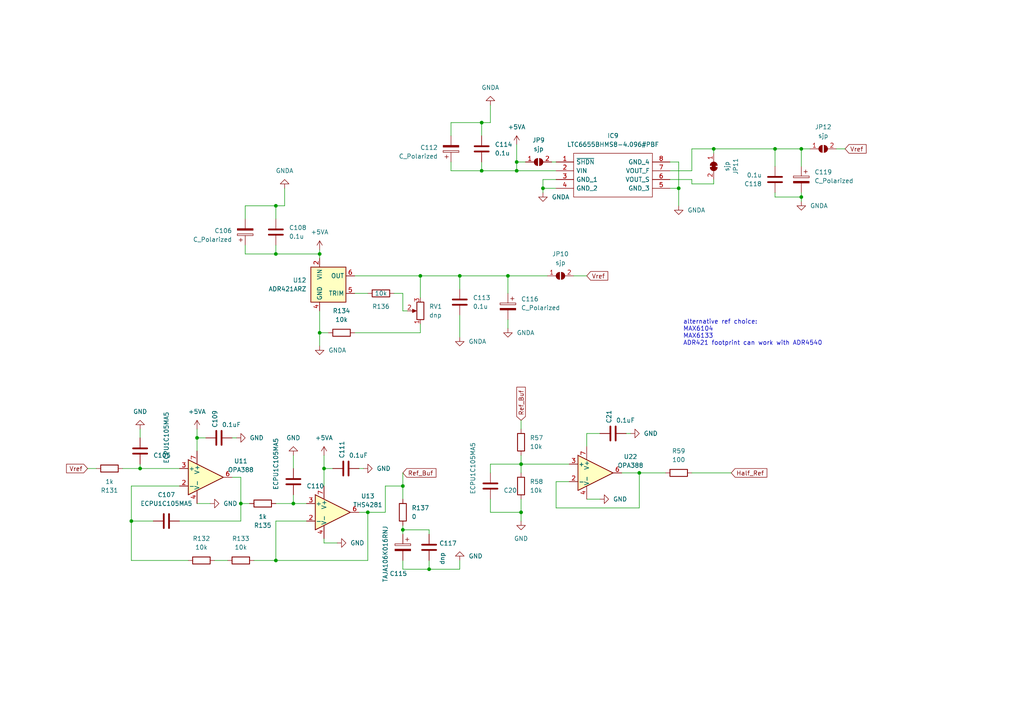
<source format=kicad_sch>
(kicad_sch (version 20211123) (generator eeschema)
  (paper "A4")
  (lib_symbols
    (symbol "Amplifier_Operational:OPA188xxD" (pin_names (offset 0.127))
      (property "Reference" "U" (at 0 6.35 0))
      (property "Value" "OPA188xxD" (at 0 3.81 0))
      (symbol "OPA188xxD_0_1"
        (polyline (pts (xy -5.08 5.08) (xy 5.08 0) (xy -5.08 -5.08) (xy -5.08 5.08)) (stroke (width 0.254)) (fill (type background)))
      )
      (symbol "OPA188xxD_1_1"
        (pin no_connect line (at -2.54 2.54 270) (length 2.54) hide (name "NC") (number "1"))
        (pin input line (at -7.62 -2.54 0) (length 2.54) (name "-") (number "2"))
        (pin input line (at -7.62 2.54 0) (length 2.54) (name "+") (number "3"))
        (pin power_in line (at -2.54 -7.62 90) (length 3.81) (name "V-") (number "4"))
        (pin no_connect line (at 0 2.54 270) (length 2.54) hide (name "NC") (number "5"))
        (pin output line (at 7.62 0 180) (length 2.54) (name "~") (number "6"))
        (pin power_in line (at -2.54 7.62 270) (length 3.81) (name "V+") (number "7"))
        (pin no_connect line (at 0 -2.54 90) (length 2.54) hide (name "NC") (number "8"))
      )
    )
    (symbol "Amplifier_Operational:THS4631D" (pin_names (offset 0.127))
      (property "Reference" "U" (at 0 6.35 0))
      (property "Value" "THS4631D" (at 0 3.81 0))
      (symbol "THS4631D_0_1"
        (polyline (pts (xy -5.08 5.08) (xy 5.08 0) (xy -5.08 -5.08) (xy -5.08 5.08)) (stroke (width 0.254)) (fill (type background)))
      )
      (symbol "THS4631D_1_1"
        (pin no_connect line (at -2.54 2.54 270) (length 2.54) hide (name "NC") (number "1"))
        (pin input line (at -7.62 -2.54 0) (length 2.54) (name "-") (number "2"))
        (pin input line (at -7.62 2.54 0) (length 2.54) (name "+") (number "3"))
        (pin power_in line (at -2.54 -7.62 90) (length 3.81) (name "V-") (number "4"))
        (pin no_connect line (at 0 2.54 270) (length 2.54) hide (name "NC") (number "5"))
        (pin output line (at 7.62 0 180) (length 2.54) (name "~") (number "6"))
        (pin power_in line (at -2.54 7.62 270) (length 3.81) (name "V+") (number "7"))
        (pin no_connect line (at 0 -2.54 90) (length 2.54) hide (name "NC") (number "8"))
      )
    )
    (symbol "Device:C" (pin_numbers hide) (pin_names (offset 0.254))
      (property "Reference" "C" (at 0.635 2.54 0))
      (property "Value" "C" (at 0.635 -2.54 0))
      (symbol "C_0_1"
        (polyline (pts (xy -2.032 -0.762) (xy 2.032 -0.762)) (stroke (width 0.508)))
        (polyline (pts (xy -2.032 0.762) (xy 2.032 0.762)) (stroke (width 0.508)))
      )
      (symbol "C_1_1"
        (pin passive line (at 0 3.81 270) (length 2.794) (name "~") (number "1"))
        (pin passive line (at 0 -3.81 90) (length 2.794) (name "~") (number "2"))
      )
    )
    (symbol "Device:C_Polarized" (pin_numbers hide) (pin_names (offset 0.254))
      (property "Reference" "C" (at 0.635 2.54 0))
      (property "Value" "C_Polarized" (at 0.635 -2.54 0))
      (symbol "C_Polarized_0_1"
        (rectangle (start -2.286 0.508) (end 2.286 1.016))
        (polyline (pts (xy -1.778 2.286) (xy -0.762 2.286)))
        (polyline (pts (xy -1.27 2.794) (xy -1.27 1.778)))
        (rectangle (start 2.286 -0.508) (end -2.286 -1.016) (fill (type outline)))
      )
      (symbol "C_Polarized_1_1"
        (pin passive line (at 0 3.81 270) (length 2.794) (name "~") (number "1"))
        (pin passive line (at 0 -3.81 90) (length 2.794) (name "~") (number "2"))
      )
    )
    (symbol "Device:R" (pin_numbers hide) (pin_names (offset 0))
      (property "Reference" "R" (at 2.032 0 90))
      (property "Value" "R" (at 0 0 90))
      (symbol "R_0_1"
        (rectangle (start -1.016 -2.54) (end 1.016 2.54) (stroke (width 0.254)))
      )
      (symbol "R_1_1"
        (pin passive line (at 0 3.81 270) (length 1.27) (name "~") (number "1"))
        (pin passive line (at 0 -3.81 90) (length 1.27) (name "~") (number "2"))
      )
    )
    (symbol "Device:R_Potentiometer" (pin_names (offset 1.016) hide)
      (property "Reference" "RV" (at -4.445 0 90))
      (property "Value" "R_Potentiometer" (at -2.54 0 90))
      (symbol "R_Potentiometer_0_1"
        (polyline (pts (xy 2.54 0) (xy 1.524 0)))
        (polyline (pts (xy 1.143 0) (xy 2.286 0.508) (xy 2.286 -0.508) (xy 1.143 0)) (fill (type outline)))
        (rectangle (start 1.016 2.54) (end -1.016 -2.54) (stroke (width 0.254)))
      )
      (symbol "R_Potentiometer_1_1"
        (pin passive line (at 0 3.81 270) (length 1.27) (name "1") (number "1"))
        (pin passive line (at 3.81 0 180) (length 1.27) (name "2") (number "2"))
        (pin passive line (at 0 -3.81 90) (length 1.27) (name "3") (number "3"))
      )
    )
    (symbol "Jumper:SolderJumper_2_Bridged" (pin_names (offset 0) hide)
      (property "Reference" "JP" (at 0 2.032 0))
      (property "Value" "SolderJumper_2_Bridged" (at 0 -2.54 0))
      (symbol "SolderJumper_2_Bridged_0_1"
        (rectangle (start -0.508 0.508) (end 0.508 -0.508) (fill (type outline)))
        (arc (start -0.254 1.016) (mid -1.27 0) (end -0.254 -1.016))
        (arc (start -0.254 1.016) (mid -1.27 0) (end -0.254 -1.016) (fill (type outline)))
        (polyline (pts (xy -0.254 1.016) (xy -0.254 -1.016)))
        (polyline (pts (xy 0.254 1.016) (xy 0.254 -1.016)))
        (arc (start 0.254 -1.016) (mid 1.27 0) (end 0.254 1.016))
        (arc (start 0.254 -1.016) (mid 1.27 0) (end 0.254 1.016) (fill (type outline)))
      )
      (symbol "SolderJumper_2_Bridged_1_1"
        (pin passive line (at -3.81 0 0) (length 2.54) (name "A") (number "1"))
        (pin passive line (at 3.81 0 180) (length 2.54) (name "B") (number "2"))
      )
    )
    (symbol "Jumper:SolderJumper_2_Open" (pin_names (offset 0) hide)
      (property "Reference" "JP" (at 0 2.032 0))
      (property "Value" "SolderJumper_2_Open" (at 0 -2.54 0))
      (symbol "SolderJumper_2_Open_0_1"
        (arc (start -0.254 1.016) (mid -1.27 0) (end -0.254 -1.016))
        (arc (start -0.254 1.016) (mid -1.27 0) (end -0.254 -1.016) (fill (type outline)))
        (polyline (pts (xy -0.254 1.016) (xy -0.254 -1.016)))
        (polyline (pts (xy 0.254 1.016) (xy 0.254 -1.016)))
        (arc (start 0.254 -1.016) (mid 1.27 0) (end 0.254 1.016))
        (arc (start 0.254 -1.016) (mid 1.27 0) (end 0.254 1.016) (fill (type outline)))
      )
      (symbol "SolderJumper_2_Open_1_1"
        (pin passive line (at -3.81 0 0) (length 2.54) (name "A") (number "1"))
        (pin passive line (at 3.81 0 180) (length 2.54) (name "B") (number "2"))
      )
    )
    (symbol "Reference_Voltage:ADR421ARMZ"
      (property "Reference" "U" (at 0 6.35 0))
      (property "Value" "ADR421ARMZ" (at 3.81 -6.35 0))
      (symbol "ADR421ARMZ_0_1"
        (rectangle (start 5.08 -5.08) (end -5.08 5.08) (stroke (width 0.254)) (fill (type background)))
        (pin no_connect line (at -5.08 0 0) (length 2.54) hide (name "TP") (number "1"))
        (pin power_in line (at -2.54 7.62 270) (length 2.54) (name "VIN") (number "2"))
        (pin no_connect line (at 5.08 0 180) (length 2.54) hide (name "NC") (number "3"))
        (pin power_in line (at -2.54 -7.62 90) (length 2.54) (name "GND") (number "4"))
        (pin passive line (at 7.62 -2.54 180) (length 2.54) (name "TRIM") (number "5"))
        (pin output line (at 7.62 2.54 180) (length 2.54) (name "OUT") (number "6"))
        (pin no_connect line (at -5.08 2.54 0) (length 2.54) hide (name "NC") (number "7"))
        (pin no_connect line (at -5.08 -2.54 0) (length 2.54) hide (name "TP") (number "8"))
      )
    )
    (symbol "SamacSys_Parts:LTC6655BHMS8-4.096#PBF" (pin_names (offset 0.762))
      (property "Reference" "IC" (at 29.21 7.62 0))
      (property "Value" "LTC6655BHMS8-4.096#PBF" (at 29.21 5.08 0))
      (symbol "LTC6655BHMS8-4.096#PBF_0_0"
        (pin passive line (at 0 0 0) (length 5.08) (name "~{SHDN}") (number "1"))
        (pin passive line (at 0 -2.54 0) (length 5.08) (name "VIN") (number "2"))
        (pin passive line (at 0 -5.08 0) (length 5.08) (name "GND_1") (number "3"))
        (pin passive line (at 0 -7.62 0) (length 5.08) (name "GND_2") (number "4"))
        (pin passive line (at 33.02 -7.62 180) (length 5.08) (name "GND_3") (number "5"))
        (pin passive line (at 33.02 -5.08 180) (length 5.08) (name "VOUT_S") (number "6"))
        (pin passive line (at 33.02 -2.54 180) (length 5.08) (name "VOUT_F") (number "7"))
        (pin passive line (at 33.02 0 180) (length 5.08) (name "GND_4") (number "8"))
      )
      (symbol "LTC6655BHMS8-4.096#PBF_0_1"
        (polyline (pts (xy 5.08 2.54) (xy 27.94 2.54) (xy 27.94 -10.16) (xy 5.08 -10.16) (xy 5.08 2.54)) (stroke (width 0.1524)))
      )
    )
    (symbol "power:+5VA" (power) (pin_names (offset 0))
      (property "Value" "+5VA" (at 0 3.556 0))
      (symbol "+5VA_0_1"
        (polyline (pts (xy -0.762 1.27) (xy 0 2.54)))
        (polyline (pts (xy 0 0) (xy 0 2.54)))
        (polyline (pts (xy 0 2.54) (xy 0.762 1.27)))
      )
      (symbol "+5VA_1_1"
        (pin power_in line (at 0 0 90) (length 0) hide (name "+5VA") (number "1"))
      )
    )
    (symbol "power:GND" (power) (pin_names (offset 0))
      (property "Value" "GND" (at 0 -3.81 0))
      (symbol "GND_0_1"
        (polyline (pts (xy 0 0) (xy 0 -1.27) (xy 1.27 -1.27) (xy 0 -2.54) (xy -1.27 -1.27) (xy 0 -1.27)))
      )
      (symbol "GND_1_1"
        (pin power_in line (at 0 0 270) (length 0) hide (name "GND") (number "1"))
      )
    )
    (symbol "power:GNDA" (power) (pin_names (offset 0))
      (property "Value" "GNDA" (at 0 -3.81 0))
      (symbol "GNDA_0_1"
        (polyline (pts (xy 0 0) (xy 0 -1.27) (xy 1.27 -1.27) (xy 0 -2.54) (xy -1.27 -1.27) (xy 0 -1.27)))
      )
      (symbol "GNDA_1_1"
        (pin power_in line (at 0 0 270) (length 0) hide (name "GNDA") (number "1"))
      )
    )
  )
  (junction (at 232.41 43.18))
  (junction (at 92.71 73.66))
  (junction (at 106.68 148.59))
  (junction (at 151.13 134.62))
  (junction (at 185.42 137.16))
  (junction (at 85.09 146.05))
  (junction (at 38.1 151.13))
  (junction (at 207.01 43.18))
  (junction (at 232.41 57.15))
  (junction (at 92.71 96.52))
  (junction (at 116.84 153.67))
  (junction (at 157.48 54.61))
  (junction (at 124.46 165.1))
  (junction (at 149.86 46.99))
  (junction (at 121.92 80.01))
  (junction (at 116.84 140.97))
  (junction (at 57.15 127))
  (junction (at 139.7 49.53))
  (junction (at 93.98 135.89))
  (junction (at 80.01 162.56))
  (junction (at 69.85 146.05))
  (junction (at 139.7 35.56))
  (junction (at 151.13 148.59))
  (junction (at 196.85 54.61))
  (junction (at 149.86 49.53))
  (junction (at 80.01 73.66))
  (junction (at 133.35 80.01))
  (junction (at 147.32 80.01))
  (junction (at 224.79 43.18))
  (junction (at 80.01 59.69))
  (junction (at 40.64 135.89))
  (wire (pts (xy 185.42 137.16) (xy 185.42 147.32)))
  (wire (pts (xy 116.84 144.78) (xy 116.84 140.97)))
  (wire (pts (xy 116.84 153.67) (xy 124.46 153.67)))
  (wire (pts (xy 92.71 72.39) (xy 92.71 73.66)))
  (wire (pts (xy 80.01 151.13) (xy 80.01 162.56)))
  (wire (pts (xy 173.99 144.78) (xy 170.18 144.78)))
  (wire (pts (xy 161.29 139.7) (xy 165.1 139.7)))
  (wire (pts (xy 157.48 52.07) (xy 161.29 52.07)))
  (wire (pts (xy 151.13 134.62) (xy 165.1 134.62)))
  (wire (pts (xy 139.7 49.53) (xy 149.86 49.53)))
  (wire (pts (xy 116.84 85.09) (xy 116.84 90.17)))
  (wire (pts (xy 133.35 165.1) (xy 124.46 165.1)))
  (wire (pts (xy 60.96 146.05) (xy 57.15 146.05)))
  (wire (pts (xy 194.31 49.53) (xy 200.66 49.53)))
  (wire (pts (xy 80.01 162.56) (xy 106.68 162.56)))
  (wire (pts (xy 92.71 100.33) (xy 92.71 96.52)))
  (wire (pts (xy 200.66 43.18) (xy 200.66 49.53)))
  (wire (pts (xy 224.79 55.88) (xy 224.79 57.15)))
  (wire (pts (xy 151.13 134.62) (xy 151.13 132.08)))
  (wire (pts (xy 114.3 85.09) (xy 116.84 85.09)))
  (wire (pts (xy 207.01 53.34) (xy 207.01 52.07)))
  (wire (pts (xy 180.34 137.16) (xy 185.42 137.16)))
  (wire (pts (xy 196.85 54.61) (xy 196.85 59.69)))
  (wire (pts (xy 38.1 140.97) (xy 52.07 140.97)))
  (wire (pts (xy 85.09 146.05) (xy 80.01 146.05)))
  (wire (pts (xy 142.24 137.16) (xy 142.24 134.62)))
  (wire (pts (xy 88.9 151.13) (xy 80.01 151.13)))
  (wire (pts (xy 40.64 135.89) (xy 35.56 135.89)))
  (wire (pts (xy 69.85 146.05) (xy 72.39 146.05)))
  (wire (pts (xy 124.46 153.67) (xy 124.46 154.94)))
  (wire (pts (xy 80.01 71.12) (xy 80.01 73.66)))
  (wire (pts (xy 161.29 54.61) (xy 157.48 54.61)))
  (wire (pts (xy 149.86 49.53) (xy 161.29 49.53)))
  (wire (pts (xy 124.46 162.56) (xy 124.46 165.1)))
  (wire (pts (xy 151.13 148.59) (xy 142.24 148.59)))
  (wire (pts (xy 96.52 135.89) (xy 93.98 135.89)))
  (wire (pts (xy 160.02 46.99) (xy 161.29 46.99)))
  (wire (pts (xy 185.42 147.32) (xy 161.29 147.32)))
  (wire (pts (xy 93.98 132.08) (xy 93.98 135.89)))
  (wire (pts (xy 71.12 59.69) (xy 71.12 63.5)))
  (wire (pts (xy 97.79 157.48) (xy 93.98 157.48)))
  (wire (pts (xy 54.61 162.56) (xy 38.1 162.56)))
  (wire (pts (xy 139.7 35.56) (xy 130.81 35.56)))
  (wire (pts (xy 102.87 80.01) (xy 121.92 80.01)))
  (wire (pts (xy 161.29 147.32) (xy 161.29 139.7)))
  (wire (pts (xy 212.09 137.16) (xy 200.66 137.16)))
  (wire (pts (xy 38.1 140.97) (xy 38.1 151.13)))
  (wire (pts (xy 200.66 52.07) (xy 194.31 52.07)))
  (wire (pts (xy 124.46 165.1) (xy 116.84 165.1)))
  (wire (pts (xy 116.84 153.67) (xy 116.84 154.94)))
  (wire (pts (xy 121.92 80.01) (xy 133.35 80.01)))
  (wire (pts (xy 106.68 148.59) (xy 104.14 148.59)))
  (wire (pts (xy 151.13 121.92) (xy 151.13 124.46)))
  (wire (pts (xy 200.66 53.34) (xy 207.01 53.34)))
  (wire (pts (xy 92.71 96.52) (xy 92.71 90.17)))
  (wire (pts (xy 121.92 93.98) (xy 121.92 96.52)))
  (wire (pts (xy 80.01 59.69) (xy 80.01 63.5)))
  (wire (pts (xy 130.81 46.99) (xy 130.81 49.53)))
  (wire (pts (xy 142.24 148.59) (xy 142.24 144.78)))
  (wire (pts (xy 62.23 162.56) (xy 66.04 162.56)))
  (wire (pts (xy 85.09 135.89) (xy 85.09 132.08)))
  (wire (pts (xy 69.85 138.43) (xy 67.31 138.43)))
  (wire (pts (xy 224.79 48.26) (xy 224.79 43.18)))
  (wire (pts (xy 224.79 43.18) (xy 232.41 43.18)))
  (wire (pts (xy 232.41 57.15) (xy 232.41 55.88)))
  (wire (pts (xy 106.68 85.09) (xy 102.87 85.09)))
  (wire (pts (xy 68.58 127) (xy 67.31 127)))
  (wire (pts (xy 200.66 53.34) (xy 200.66 52.07)))
  (wire (pts (xy 193.04 137.16) (xy 185.42 137.16)))
  (wire (pts (xy 133.35 162.56) (xy 133.35 165.1)))
  (wire (pts (xy 116.84 152.4) (xy 116.84 153.67)))
  (wire (pts (xy 173.99 125.73) (xy 170.18 125.73)))
  (wire (pts (xy 147.32 92.71) (xy 147.32 95.25)))
  (wire (pts (xy 196.85 46.99) (xy 196.85 54.61)))
  (wire (pts (xy 133.35 91.44) (xy 133.35 97.79)))
  (wire (pts (xy 38.1 162.56) (xy 38.1 151.13)))
  (wire (pts (xy 93.98 157.48) (xy 93.98 156.21)))
  (wire (pts (xy 130.81 35.56) (xy 130.81 39.37)))
  (wire (pts (xy 92.71 73.66) (xy 92.71 74.93)))
  (wire (pts (xy 116.84 90.17) (xy 118.11 90.17)))
  (wire (pts (xy 142.24 35.56) (xy 142.24 30.48)))
  (wire (pts (xy 207.01 44.45) (xy 207.01 43.18)))
  (wire (pts (xy 52.07 151.13) (xy 69.85 151.13)))
  (wire (pts (xy 157.48 55.88) (xy 157.48 54.61)))
  (wire (pts (xy 170.18 125.73) (xy 170.18 129.54)))
  (wire (pts (xy 121.92 96.52) (xy 102.87 96.52)))
  (wire (pts (xy 194.31 46.99) (xy 196.85 46.99)))
  (wire (pts (xy 71.12 71.12) (xy 71.12 73.66)))
  (wire (pts (xy 139.7 46.99) (xy 139.7 49.53)))
  (wire (pts (xy 85.09 143.51) (xy 85.09 146.05)))
  (wire (pts (xy 73.66 162.56) (xy 80.01 162.56)))
  (wire (pts (xy 95.25 96.52) (xy 92.71 96.52)))
  (wire (pts (xy 59.69 127) (xy 57.15 127)))
  (wire (pts (xy 147.32 80.01) (xy 133.35 80.01)))
  (wire (pts (xy 151.13 134.62) (xy 151.13 137.16)))
  (wire (pts (xy 133.35 83.82) (xy 133.35 80.01)))
  (wire (pts (xy 182.88 125.73) (xy 181.61 125.73)))
  (wire (pts (xy 142.24 134.62) (xy 151.13 134.62)))
  (wire (pts (xy 151.13 144.78) (xy 151.13 148.59)))
  (wire (pts (xy 116.84 140.97) (xy 111.76 140.97)))
  (wire (pts (xy 157.48 54.61) (xy 157.48 52.07)))
  (wire (pts (xy 130.81 49.53) (xy 139.7 49.53)))
  (wire (pts (xy 139.7 35.56) (xy 142.24 35.56)))
  (wire (pts (xy 93.98 135.89) (xy 93.98 140.97)))
  (wire (pts (xy 52.07 135.89) (xy 40.64 135.89)))
  (wire (pts (xy 121.92 86.36) (xy 121.92 80.01)))
  (wire (pts (xy 69.85 146.05) (xy 69.85 138.43)))
  (wire (pts (xy 116.84 137.16) (xy 116.84 140.97)))
  (wire (pts (xy 232.41 43.18) (xy 234.95 43.18)))
  (wire (pts (xy 152.4 46.99) (xy 149.86 46.99)))
  (wire (pts (xy 38.1 151.13) (xy 44.45 151.13)))
  (wire (pts (xy 111.76 148.59) (xy 106.68 148.59)))
  (wire (pts (xy 170.18 80.01) (xy 166.37 80.01)))
  (wire (pts (xy 232.41 48.26) (xy 232.41 43.18)))
  (wire (pts (xy 71.12 73.66) (xy 80.01 73.66)))
  (wire (pts (xy 40.64 134.62) (xy 40.64 135.89)))
  (wire (pts (xy 80.01 73.66) (xy 92.71 73.66)))
  (wire (pts (xy 27.94 135.89) (xy 25.4 135.89)))
  (wire (pts (xy 207.01 43.18) (xy 224.79 43.18)))
  (wire (pts (xy 116.84 165.1) (xy 116.84 162.56)))
  (wire (pts (xy 57.15 127) (xy 57.15 124.46)))
  (wire (pts (xy 196.85 54.61) (xy 194.31 54.61)))
  (wire (pts (xy 200.66 43.18) (xy 207.01 43.18)))
  (wire (pts (xy 80.01 59.69) (xy 71.12 59.69)))
  (wire (pts (xy 158.75 80.01) (xy 147.32 80.01)))
  (wire (pts (xy 69.85 151.13) (xy 69.85 146.05)))
  (wire (pts (xy 80.01 59.69) (xy 82.55 59.69)))
  (wire (pts (xy 149.86 41.91) (xy 149.86 46.99)))
  (wire (pts (xy 111.76 140.97) (xy 111.76 148.59)))
  (wire (pts (xy 57.15 127) (xy 57.15 130.81)))
  (wire (pts (xy 151.13 151.13) (xy 151.13 148.59)))
  (wire (pts (xy 149.86 46.99) (xy 149.86 49.53)))
  (wire (pts (xy 82.55 59.69) (xy 82.55 54.61)))
  (wire (pts (xy 232.41 58.42) (xy 232.41 57.15)))
  (wire (pts (xy 224.79 57.15) (xy 232.41 57.15)))
  (wire (pts (xy 245.11 43.18) (xy 242.57 43.18)))
  (wire (pts (xy 106.68 148.59) (xy 106.68 162.56)))
  (wire (pts (xy 105.41 135.89) (xy 104.14 135.89)))
  (wire (pts (xy 147.32 85.09) (xy 147.32 80.01)))
  (wire (pts (xy 40.64 127) (xy 40.64 124.46)))
  (wire (pts (xy 88.9 146.05) (xy 85.09 146.05)))
  (wire (pts (xy 139.7 35.56) (xy 139.7 39.37)))
  (text "alternative ref choice:\nMAX6104\nMAX6133\nADR421 footprint can work with ADR4540\n" (at 198.12 100.33 0) (effects (font (size 1.27 1.27)) (justify left bottom)))
  (global_label "Vref" (shape input) (at 245.11 43.18 0) (property "Intersheet References" "${INTERSHEET_REFS}" (effects hide)))
  (global_label "Ref_Buf" (shape input) (at 151.13 121.92 90) (property "Intersheet References" "${INTERSHEET_REFS}" (effects hide)))
  (global_label "Vref" (shape input) (at 170.18 80.01 0) (property "Intersheet References" "${INTERSHEET_REFS}" (effects hide)))
  (global_label "Half_Ref" (shape input) (at 212.09 137.16 0) (property "Intersheet References" "${INTERSHEET_REFS}" (effects hide)))
  (global_label "Vref" (shape input) (at 25.4 135.89 180) (property "Intersheet References" "${INTERSHEET_REFS}" (effects hide)))
  (global_label "Ref_Buf" (shape input) (at 116.84 137.16 0) (property "Intersheet References" "${INTERSHEET_REFS}" (effects hide)))
  (symbol (lib_id "Device:C") (at 63.5 127 90) (unit 1)
    (property "Reference" "C109" (at 62.3316 124.079 0) (effects (justify left)))
    (property "Value" "0.1uF" (at 69.85 123.19 90) (effects (justify left)))
    (property "Footprint" "Capacitor_SMD:C_0603_1608Metric_Pad1.08x0.95mm_HandSolder" (effects hide))
  )
  (symbol (lib_id "power:+5VA") (at 149.86 41.91 0) (unit 1)
    (property "Reference" "#PWR054" (effects hide))
    (property "Value" "+5VA" (at 149.86 36.83 0))
  )
  (symbol (lib_id "Device:C_Polarized") (at 71.12 67.31 0) (mirror x) (unit 1)
    (property "Reference" "C106" (at 67.31 66.9289 0) (effects (justify right)))
    (property "Value" "C_Polarized" (at 67.31 69.4689 0) (effects (justify right)))
    (property "Footprint" "Capacitor_Tantalum_SMD:CP_EIA-3528-12_Kemet-T" (effects hide))
  )
  (symbol (lib_id "Device:C_Polarized") (at 116.84 158.75 0) (mirror y) (unit 1)
    (property "Reference" "C115" (at 118.11 166.37 0) (effects (justify left)))
    (property "Value" "TAJA106K016RNJ" (at 111.76 168.91 90) (effects (justify left)))
    (property "Footprint" "Capacitor_Tantalum_SMD:CP_EIA-3528-12_Kemet-T" (effects hide))
  )
  (symbol (lib_id "power:GND") (at 105.41 135.89 90) (unit 1)
    (property "Reference" "#PWR050" (effects hide))
    (property "Value" "GND" (at 109.22 135.8899 90) (effects (justify right)))
  )
  (symbol (lib_id "power:+5VA") (at 92.71 72.39 0) (unit 1)
    (property "Reference" "#PWR044" (effects hide))
    (property "Value" "+5VA" (at 92.71 67.31 0))
  )
  (symbol (lib_id "Device:C") (at 142.24 140.97 0) (mirror x) (unit 1)
    (property "Reference" "C20" (at 146.05 142.2401 0) (effects (justify left)))
    (property "Value" "ECPU1C105MA5" (at 137.16 128.27 90) (effects (justify left)))
    (property "Footprint" "Capacitor_SMD:C_1210_3225Metric" (effects hide))
  )
  (symbol (lib_id "Device:R") (at 116.84 148.59 0) (mirror y) (unit 1)
    (property "Reference" "R137" (at 119.38 147.3199 0) (effects (justify right)))
    (property "Value" "0" (at 119.38 149.8599 0) (effects (justify right)))
    (property "Footprint" "Resistor_SMD:R_0805_2012Metric" (effects hide))
  )
  (symbol (lib_id "Amplifier_Operational:OPA188xxD") (at 172.72 137.16 0) (unit 1)
    (property "Reference" "U22" (at 182.88 132.461 0))
    (property "Value" "OPA388" (at 182.88 135.001 0))
    (property "Footprint" "Package_SO:SOIC-8_3.9x4.9mm_P1.27mm" (effects hide))
    (property "Datasheet" "http://www.ti.com/lit/ds/symlink/opa188.pdf" (effects hide))
  )
  (symbol (lib_id "Jumper:SolderJumper_2_Open") (at 238.76 43.18 0) (unit 1)
    (property "Reference" "JP12" (at 238.76 36.83 0))
    (property "Value" "sjp" (at 238.76 39.37 0))
    (property "Footprint" "Jumper:SolderJumper-2_P1.3mm_Open_RoundedPad1.0x1.5mm" (effects hide))
  )
  (symbol (lib_id "power:GND") (at 173.99 144.78 90) (unit 1)
    (property "Reference" "#PWR0177" (effects hide))
    (property "Value" "GND" (at 177.8 144.7799 90) (effects (justify right)))
  )
  (symbol (lib_id "power:GND") (at 85.09 132.08 0) (mirror x) (unit 1)
    (property "Reference" "#PWR047" (effects hide))
    (property "Value" "GND" (at 85.09 127 0))
  )
  (symbol (lib_id "power:GND") (at 60.96 146.05 90) (unit 1)
    (property "Reference" "#PWR043" (effects hide))
    (property "Value" "GND" (at 64.77 146.0499 90) (effects (justify right)))
  )
  (symbol (lib_id "Device:R") (at 110.49 85.09 90) (mirror x) (unit 1)
    (property "Reference" "R136" (at 110.49 88.9 90))
    (property "Value" "10k" (at 110.49 85.09 90))
    (property "Footprint" "Resistor_SMD:R_0805_2012Metric" (effects hide))
  )
  (symbol (lib_id "power:GND") (at 182.88 125.73 90) (unit 1)
    (property "Reference" "#PWR0178" (effects hide))
    (property "Value" "GND" (at 186.69 125.7299 90) (effects (justify right)))
  )
  (symbol (lib_id "power:+5VA") (at 93.98 132.08 0) (unit 1)
    (property "Reference" "#PWR048" (effects hide))
    (property "Value" "+5VA" (at 93.98 127 0))
  )
  (symbol (lib_id "Device:C") (at 133.35 87.63 0) (mirror y) (unit 1)
    (property "Reference" "C113" (at 137.16 86.3599 0) (effects (justify right)))
    (property "Value" "0.1u" (at 137.16 88.8999 0) (effects (justify right)))
    (property "Footprint" "Capacitor_SMD:C_0805_2012Metric" (effects hide))
  )
  (symbol (lib_id "Device:R") (at 69.85 162.56 270) (mirror x) (unit 1)
    (property "Reference" "R133" (at 69.85 156.21 90))
    (property "Value" "10k" (at 69.85 158.75 90))
    (property "Footprint" "Resistor_SMD:R_0805_2012Metric" (effects hide))
  )
  (symbol (lib_id "Device:C") (at 40.64 130.81 0) (mirror x) (unit 1)
    (property "Reference" "C105" (at 44.45 132.0801 0) (effects (justify left)))
    (property "Value" "ECPU1C105MA5" (at 48.26 119.38 90) (effects (justify left)))
    (property "Footprint" "Capacitor_SMD:C_1210_3225Metric" (effects hide))
  )
  (symbol (lib_id "power:GND") (at 151.13 151.13 0) (unit 1)
    (property "Reference" "#PWR0218" (effects hide))
    (property "Value" "GND" (at 151.13 156.21 0))
  )
  (symbol (lib_id "Amplifier_Operational:OPA188xxD") (at 59.69 138.43 0) (unit 1)
    (property "Reference" "U11" (at 69.85 133.731 0))
    (property "Value" "OPA388" (at 69.85 136.271 0))
    (property "Footprint" "Package_SO:SOIC-8_3.9x4.9mm_P1.27mm" (effects hide))
    (property "Datasheet" "http://www.ti.com/lit/ds/symlink/opa188.pdf" (effects hide))
  )
  (symbol (lib_id "power:GNDA") (at 82.55 54.61 180) (unit 1)
    (property "Reference" "#PWR041" (effects hide))
    (property "Value" "GNDA" (at 82.55 49.53 0))
  )
  (symbol (lib_id "power:GND") (at 133.35 162.56 180) (unit 1)
    (property "Reference" "#PWR056" (effects hide))
    (property "Value" "GND" (at 135.89 161.2899 0) (effects (justify right)))
  )
  (symbol (lib_id "power:GND") (at 40.64 124.46 0) (mirror x) (unit 1)
    (property "Reference" "#PWR040" (effects hide))
    (property "Value" "GND" (at 40.64 119.38 0))
  )
  (symbol (lib_id "Device:C_Polarized") (at 147.32 88.9 0) (mirror y) (unit 1)
    (property "Reference" "C116" (at 151.13 86.7409 0) (effects (justify right)))
    (property "Value" "C_Polarized" (at 151.13 89.2809 0) (effects (justify right)))
    (property "Footprint" "Capacitor_Tantalum_SMD:CP_EIA-3528-12_Kemet-T" (effects hide))
  )
  (symbol (lib_id "Device:C") (at 80.01 67.31 180) (unit 1)
    (property "Reference" "C108" (at 83.82 66.0399 0) (effects (justify right)))
    (property "Value" "0.1u" (at 83.82 68.5799 0) (effects (justify right)))
    (property "Footprint" "Capacitor_SMD:C_0805_2012Metric" (effects hide))
  )
  (symbol (lib_id "Device:R") (at 196.85 137.16 90) (mirror x) (unit 1)
    (property "Reference" "R59" (at 196.85 130.81 90))
    (property "Value" "100" (at 196.85 133.35 90))
    (property "Footprint" "Resistor_SMD:R_0805_2012Metric" (effects hide))
  )
  (symbol (lib_id "power:GNDA") (at 92.71 100.33 0) (unit 1)
    (property "Reference" "#PWR045" (effects hide))
    (property "Value" "GNDA" (at 95.25 101.5999 0) (effects (justify left)))
  )
  (symbol (lib_id "power:GND") (at 68.58 127 90) (unit 1)
    (property "Reference" "#PWR046" (effects hide))
    (property "Value" "GND" (at 72.39 126.9999 90) (effects (justify right)))
  )
  (symbol (lib_id "Device:R") (at 151.13 128.27 0) (mirror y) (unit 1)
    (property "Reference" "R57" (at 153.67 126.9999 0) (effects (justify right)))
    (property "Value" "10k" (at 153.67 129.5399 0) (effects (justify right)))
    (property "Footprint" "Resistor_SMD:R_0805_2012Metric" (effects hide))
  )
  (symbol (lib_id "power:GND") (at 97.79 157.48 90) (unit 1)
    (property "Reference" "#PWR049" (effects hide))
    (property "Value" "GND" (at 101.6 157.4799 90) (effects (justify right)))
  )
  (symbol (lib_id "Jumper:SolderJumper_2_Open") (at 156.21 46.99 0) (unit 1)
    (property "Reference" "JP9" (at 156.21 40.64 0))
    (property "Value" "sjp" (at 156.21 43.18 0))
    (property "Footprint" "Jumper:SolderJumper-2_P1.3mm_Open_RoundedPad1.0x1.5mm" (effects hide))
  )
  (symbol (lib_id "Device:C") (at 85.09 139.7 0) (mirror x) (unit 1)
    (property "Reference" "C110" (at 88.9 140.9701 0) (effects (justify left)))
    (property "Value" "ECPU1C105MA5" (at 80.01 127 90) (effects (justify left)))
    (property "Footprint" "Capacitor_SMD:C_1210_3225Metric" (effects hide))
  )
  (symbol (lib_id "Device:C_Polarized") (at 130.81 43.18 0) (mirror x) (unit 1)
    (property "Reference" "C112" (at 127 42.7989 0) (effects (justify right)))
    (property "Value" "C_Polarized" (at 127 45.3389 0) (effects (justify right)))
    (property "Footprint" "Capacitor_Tantalum_SMD:CP_EIA-3528-12_Kemet-T" (effects hide))
  )
  (symbol (lib_id "power:GNDA") (at 142.24 30.48 180) (unit 1)
    (property "Reference" "#PWR052" (effects hide))
    (property "Value" "GNDA" (at 142.24 25.4 0))
  )
  (symbol (lib_id "Device:C") (at 139.7 43.18 180) (unit 1)
    (property "Reference" "C114" (at 143.51 41.9099 0) (effects (justify right)))
    (property "Value" "0.1u" (at 143.51 44.4499 0) (effects (justify right)))
    (property "Footprint" "Capacitor_SMD:C_0805_2012Metric" (effects hide))
  )
  (symbol (lib_id "Device:R") (at 76.2 146.05 270) (mirror x) (unit 1)
    (property "Reference" "R135" (at 76.2 152.4 90))
    (property "Value" "1k" (at 76.2 149.86 90))
    (property "Footprint" "Resistor_SMD:R_0805_2012Metric" (effects hide))
  )
  (symbol (lib_id "power:GNDA") (at 147.32 95.25 0) (unit 1)
    (property "Reference" "#PWR053" (effects hide))
    (property "Value" "GNDA" (at 149.86 96.5199 0) (effects (justify left)))
  )
  (symbol (lib_id "Device:R") (at 31.75 135.89 270) (mirror x) (unit 1)
    (property "Reference" "R131" (at 31.75 142.24 90))
    (property "Value" "1k" (at 31.75 139.7 90))
    (property "Footprint" "Resistor_SMD:R_0805_2012Metric" (effects hide))
  )
  (symbol (lib_id "Device:C") (at 224.79 52.07 0) (unit 1)
    (property "Reference" "C118" (at 220.98 53.3401 0) (effects (justify right)))
    (property "Value" "0.1u" (at 220.98 50.8001 0) (effects (justify right)))
    (property "Footprint" "Capacitor_SMD:C_0805_2012Metric" (effects hide))
  )
  (symbol (lib_id "Device:C") (at 48.26 151.13 90) (unit 1)
    (property "Reference" "C107" (at 48.26 143.51 90))
    (property "Value" "ECPU1C105MA5" (at 48.26 146.05 90))
    (property "Footprint" "Capacitor_SMD:C_1210_3225Metric" (effects hide))
  )
  (symbol (lib_id "Device:C") (at 100.33 135.89 90) (unit 1)
    (property "Reference" "C111" (at 99.1616 132.969 0) (effects (justify left)))
    (property "Value" "0.1uF" (at 106.68 132.08 90) (effects (justify left)))
    (property "Footprint" "Capacitor_SMD:C_0603_1608Metric_Pad1.08x0.95mm_HandSolder" (effects hide))
  )
  (symbol (lib_id "power:GNDA") (at 157.48 55.88 0) (unit 1)
    (property "Reference" "#PWR055" (effects hide))
    (property "Value" "GNDA" (at 160.02 57.1499 0) (effects (justify left)))
  )
  (symbol (lib_id "SamacSys_Parts:LTC6655BHMS8-4.096#PBF") (at 161.29 46.99 0) (unit 1)
    (property "Reference" "IC9" (at 177.8 39.37 0))
    (property "Value" "LTC6655BHMS8-4.096#PBF" (at 177.8 41.91 0))
    (property "Footprint" "SamacSys_Parts:SOP65P490X110-8N" (effects hide))
    (property "Datasheet" "https://datasheet.datasheetarchive.com/originals/distributors/Datasheets_SAMA/9998420db371d494094b96e548e5d6b5.pdf" (effects hide))
    (property "Description" "Voltage References Ultra Low Noise, 4.096V Precision Voltage Reference" (effects hide))
    (property "Height" "1.1" (effects hide))
    (property "Mouser Part Number" "584-6655BHMS84.096PF" (effects hide))
    (property "Mouser Price/Stock" "https://www.mouser.co.uk/ProductDetail/Analog-Devices/LTC6655BHMS8-4096PBF?qs=hVkxg5c3xu%2FIGDryBHV7tg%3D%3D" (effects hide))
    (property "Manufacturer_Name" "Analog Devices" (effects hide))
    (property "Manufacturer_Part_Number" "LTC6655BHMS8-4.096#PBF" (effects hide))
  )
  (symbol (lib_id "Device:R") (at 99.06 96.52 270) (unit 1)
    (property "Reference" "R134" (at 99.06 90.17 90))
    (property "Value" "10k" (at 99.06 92.71 90))
    (property "Footprint" "Resistor_SMD:R_0805_2012Metric" (effects hide))
  )
  (symbol (lib_id "Device:R") (at 151.13 140.97 0) (mirror y) (unit 1)
    (property "Reference" "R58" (at 153.67 139.6999 0) (effects (justify right)))
    (property "Value" "10k" (at 153.67 142.2399 0) (effects (justify right)))
    (property "Footprint" "Resistor_SMD:R_0805_2012Metric" (effects hide))
  )
  (symbol (lib_id "Device:R_Potentiometer") (at 121.92 90.17 180) (unit 1)
    (property "Reference" "RV1" (at 124.46 88.8999 0) (effects (justify right)))
    (property "Value" "dnp" (at 124.46 91.4399 0) (effects (justify right)))
    (property "Footprint" "Potentiometer_SMD:Potentiometer_Bourns_3224W_Vertical" (effects hide))
  )
  (symbol (lib_id "Reference_Voltage:ADR421ARMZ") (at 95.25 82.55 0) (unit 1)
    (property "Reference" "U12" (at 88.9 81.2799 0) (effects (justify right)))
    (property "Value" "ADR421ARZ" (at 88.9 83.8199 0) (effects (justify right)))
    (property "Footprint" "Package_SO:SOIC-8_3.9x4.9mm_P1.27mm" (effects hide))
    (property "Datasheet" "https://www.analog.com/media/en/technical-documentation/data-sheets/adr420_421_423_425.pdf" (effects hide))
  )
  (symbol (lib_id "Device:C") (at 177.8 125.73 90) (unit 1)
    (property "Reference" "C21" (at 176.6316 122.809 0) (effects (justify left)))
    (property "Value" "0.1uF" (at 184.15 121.92 90) (effects (justify left)))
    (property "Footprint" "Capacitor_SMD:C_0603_1608Metric_Pad1.08x0.95mm_HandSolder" (effects hide))
  )
  (symbol (lib_id "power:GNDA") (at 133.35 97.79 0) (unit 1)
    (property "Reference" "#PWR051" (effects hide))
    (property "Value" "GNDA" (at 135.89 99.0599 0) (effects (justify left)))
  )
  (symbol (lib_id "Jumper:SolderJumper_2_Bridged") (at 207.01 48.26 270) (unit 1)
    (property "Reference" "JP11" (at 213.36 48.26 0))
    (property "Value" "sjp" (at 210.82 48.26 0))
    (property "Footprint" "Jumper:SolderJumper-2_P1.3mm_Bridged_RoundedPad1.0x1.5mm" (effects hide))
  )
  (symbol (lib_id "Jumper:SolderJumper_2_Open") (at 162.56 80.01 0) (unit 1)
    (property "Reference" "JP10" (at 162.56 73.66 0))
    (property "Value" "sjp" (at 162.56 76.2 0))
    (property "Footprint" "Jumper:SolderJumper-2_P1.3mm_Open_RoundedPad1.0x1.5mm" (effects hide))
  )
  (symbol (lib_id "power:GNDA") (at 196.85 59.69 0) (unit 1)
    (property "Reference" "#PWR057" (effects hide))
    (property "Value" "GNDA" (at 199.39 60.9599 0) (effects (justify left)))
  )
  (symbol (lib_id "power:+5VA") (at 57.15 124.46 0) (unit 1)
    (property "Reference" "#PWR042" (effects hide))
    (property "Value" "+5VA" (at 57.15 119.38 0))
  )
  (symbol (lib_id "Device:C") (at 124.46 158.75 0) (unit 1)
    (property "Reference" "C117" (at 127.381 157.5816 0) (effects (justify left)))
    (property "Value" "dnp" (at 128.27 163.83 90) (effects (justify left)))
    (property "Footprint" "Capacitor_SMD:C_0805_2012Metric" (effects hide))
  )
  (symbol (lib_id "Device:R") (at 58.42 162.56 270) (mirror x) (unit 1)
    (property "Reference" "R132" (at 58.42 156.21 90))
    (property "Value" "10k" (at 58.42 158.75 90))
    (property "Footprint" "Resistor_SMD:R_0805_2012Metric" (effects hide))
  )
  (symbol (lib_id "Amplifier_Operational:THS4631D") (at 96.52 148.59 0) (unit 1)
    (property "Reference" "U13" (at 106.68 143.891 0))
    (property "Value" "THS4281" (at 106.68 146.431 0))
    (property "Footprint" "Package_SO:SOIC-8_3.9x4.9mm_P1.27mm" (effects hide))
    (property "Datasheet" "www.ti.com/lit/ds/symlink/ths4631.pdf" (effects hide))
  )
  (symbol (lib_id "power:GNDA") (at 232.41 58.42 0) (unit 1)
    (property "Reference" "#PWR058" (effects hide))
    (property "Value" "GNDA" (at 234.95 59.6899 0) (effects (justify left)))
  )
  (symbol (lib_id "Device:C_Polarized") (at 232.41 52.07 0) (mirror y) (unit 1)
    (property "Reference" "C119" (at 236.22 49.9109 0) (effects (justify right)))
    (property "Value" "C_Polarized" (at 236.22 52.4509 0) (effects (justify right)))
    (property "Footprint" "Capacitor_Tantalum_SMD:CP_EIA-3528-12_Kemet-T" (effects hide))
  )
)
</source>
